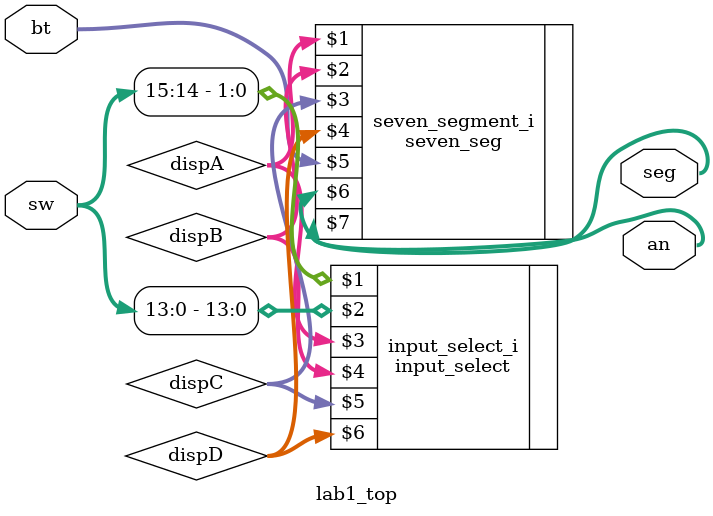
<source format=v>
`timescale 1ns / 1ps

module lab1_top(
        input [15:0] sw,
        input [3:0] bt,
        output [6:0] seg,
        output [3:0] an
    );
    
    reg [3:0] dispA;
    reg [3:0] dispB;
    reg [3:0] dispC;
    reg [3:0] dispD;
    
    input_select input_select_i (sw[15:14],
                                 sw[13:0],
                                 dispA,
                                 dispB,
                                 dispC,
                                 dispD);
                                 
    seven_seg seven_segment_i (dispA,
                               dispB,
                               dispC,
                               dispD,
                               bt,
                               seg,
                               an);
endmodule
</source>
